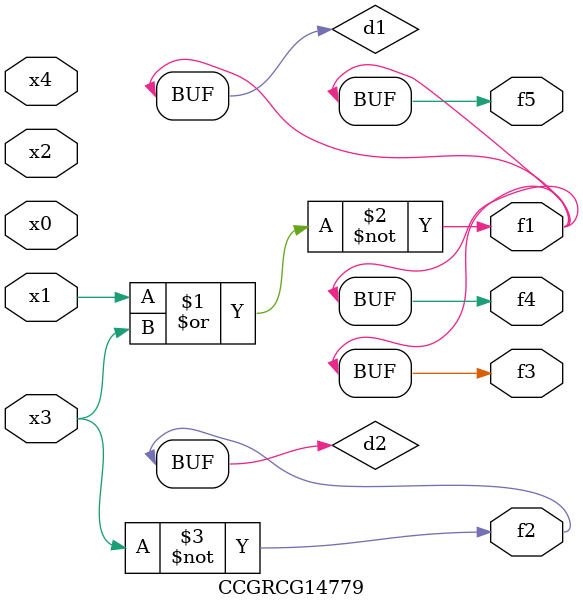
<source format=v>
module CCGRCG14779(
	input x0, x1, x2, x3, x4,
	output f1, f2, f3, f4, f5
);

	wire d1, d2;

	nor (d1, x1, x3);
	not (d2, x3);
	assign f1 = d1;
	assign f2 = d2;
	assign f3 = d1;
	assign f4 = d1;
	assign f5 = d1;
endmodule

</source>
